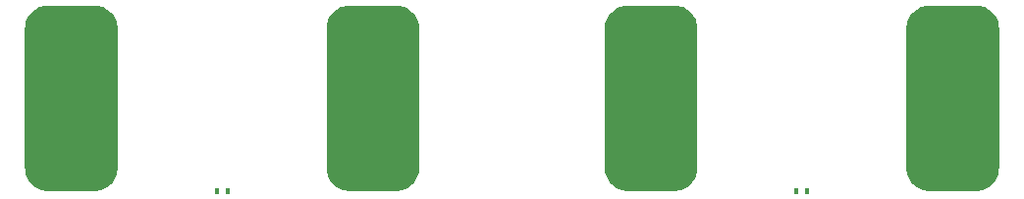
<source format=gbp>
G04 #@! TF.GenerationSoftware,KiCad,Pcbnew,5.0-dev-unknown-bc6763e~61~ubuntu16.04.1*
G04 #@! TF.CreationDate,2018-04-03T01:47:12-04:00*
G04 #@! TF.ProjectId,SB-4S5A,53422D345335412E6B696361645F7063,rev?*
G04 #@! TF.SameCoordinates,Original*
G04 #@! TF.FileFunction,Paste,Bot*
G04 #@! TF.FilePolarity,Positive*
%FSLAX46Y46*%
G04 Gerber Fmt 4.6, Leading zero omitted, Abs format (unit mm)*
G04 Created by KiCad (PCBNEW 5.0-dev-unknown-bc6763e~61~ubuntu16.04.1) date Tue Apr  3 01:47:12 2018*
%MOMM*%
%LPD*%
G01*
G04 APERTURE LIST*
%ADD10C,0.100000*%
%ADD11C,8.000000*%
%ADD12R,0.400000X0.600000*%
G04 APERTURE END LIST*
D10*
G36*
X134196034Y-82009631D02*
X134390181Y-82038429D01*
X134580569Y-82086119D01*
X134765367Y-82152241D01*
X134942793Y-82236157D01*
X135111140Y-82337061D01*
X135268787Y-82453979D01*
X135414214Y-82585786D01*
X135546021Y-82731213D01*
X135662939Y-82888860D01*
X135763843Y-83057207D01*
X135847759Y-83234633D01*
X135913881Y-83419431D01*
X135961571Y-83609819D01*
X135990369Y-83803966D01*
X136000000Y-84000000D01*
X136000000Y-96000000D01*
X135990369Y-96196034D01*
X135961571Y-96390181D01*
X135913881Y-96580569D01*
X135847759Y-96765367D01*
X135763843Y-96942793D01*
X135662939Y-97111140D01*
X135546021Y-97268787D01*
X135414214Y-97414214D01*
X135268787Y-97546021D01*
X135111140Y-97662939D01*
X134942793Y-97763843D01*
X134765367Y-97847759D01*
X134580569Y-97913881D01*
X134390181Y-97961571D01*
X134196034Y-97990369D01*
X134000000Y-98000000D01*
X130000000Y-98000000D01*
X129803966Y-97990369D01*
X129609819Y-97961571D01*
X129419431Y-97913881D01*
X129234633Y-97847759D01*
X129057207Y-97763843D01*
X128888860Y-97662939D01*
X128731213Y-97546021D01*
X128585786Y-97414214D01*
X128453979Y-97268787D01*
X128337061Y-97111140D01*
X128236157Y-96942793D01*
X128152241Y-96765367D01*
X128086119Y-96580569D01*
X128038429Y-96390181D01*
X128009631Y-96196034D01*
X128000000Y-96000000D01*
X128000000Y-84000000D01*
X128009631Y-83803966D01*
X128038429Y-83609819D01*
X128086119Y-83419431D01*
X128152241Y-83234633D01*
X128236157Y-83057207D01*
X128337061Y-82888860D01*
X128453979Y-82731213D01*
X128585786Y-82585786D01*
X128731213Y-82453979D01*
X128888860Y-82337061D01*
X129057207Y-82236157D01*
X129234633Y-82152241D01*
X129419431Y-82086119D01*
X129609819Y-82038429D01*
X129803966Y-82009631D01*
X130000000Y-82000000D01*
X134000000Y-82000000D01*
X134196034Y-82009631D01*
X134196034Y-82009631D01*
G37*
D11*
X132000000Y-90000000D03*
D10*
G36*
X160196034Y-82009631D02*
X160390181Y-82038429D01*
X160580569Y-82086119D01*
X160765367Y-82152241D01*
X160942793Y-82236157D01*
X161111140Y-82337061D01*
X161268787Y-82453979D01*
X161414214Y-82585786D01*
X161546021Y-82731213D01*
X161662939Y-82888860D01*
X161763843Y-83057207D01*
X161847759Y-83234633D01*
X161913881Y-83419431D01*
X161961571Y-83609819D01*
X161990369Y-83803966D01*
X162000000Y-84000000D01*
X162000000Y-96000000D01*
X161990369Y-96196034D01*
X161961571Y-96390181D01*
X161913881Y-96580569D01*
X161847759Y-96765367D01*
X161763843Y-96942793D01*
X161662939Y-97111140D01*
X161546021Y-97268787D01*
X161414214Y-97414214D01*
X161268787Y-97546021D01*
X161111140Y-97662939D01*
X160942793Y-97763843D01*
X160765367Y-97847759D01*
X160580569Y-97913881D01*
X160390181Y-97961571D01*
X160196034Y-97990369D01*
X160000000Y-98000000D01*
X156000000Y-98000000D01*
X155803966Y-97990369D01*
X155609819Y-97961571D01*
X155419431Y-97913881D01*
X155234633Y-97847759D01*
X155057207Y-97763843D01*
X154888860Y-97662939D01*
X154731213Y-97546021D01*
X154585786Y-97414214D01*
X154453979Y-97268787D01*
X154337061Y-97111140D01*
X154236157Y-96942793D01*
X154152241Y-96765367D01*
X154086119Y-96580569D01*
X154038429Y-96390181D01*
X154009631Y-96196034D01*
X154000000Y-96000000D01*
X154000000Y-84000000D01*
X154009631Y-83803966D01*
X154038429Y-83609819D01*
X154086119Y-83419431D01*
X154152241Y-83234633D01*
X154236157Y-83057207D01*
X154337061Y-82888860D01*
X154453979Y-82731213D01*
X154585786Y-82585786D01*
X154731213Y-82453979D01*
X154888860Y-82337061D01*
X155057207Y-82236157D01*
X155234633Y-82152241D01*
X155419431Y-82086119D01*
X155609819Y-82038429D01*
X155803966Y-82009631D01*
X156000000Y-82000000D01*
X160000000Y-82000000D01*
X160196034Y-82009631D01*
X160196034Y-82009631D01*
G37*
D11*
X158000000Y-90000000D03*
D10*
G36*
X84196034Y-82009631D02*
X84390181Y-82038429D01*
X84580569Y-82086119D01*
X84765367Y-82152241D01*
X84942793Y-82236157D01*
X85111140Y-82337061D01*
X85268787Y-82453979D01*
X85414214Y-82585786D01*
X85546021Y-82731213D01*
X85662939Y-82888860D01*
X85763843Y-83057207D01*
X85847759Y-83234633D01*
X85913881Y-83419431D01*
X85961571Y-83609819D01*
X85990369Y-83803966D01*
X86000000Y-84000000D01*
X86000000Y-96000000D01*
X85990369Y-96196034D01*
X85961571Y-96390181D01*
X85913881Y-96580569D01*
X85847759Y-96765367D01*
X85763843Y-96942793D01*
X85662939Y-97111140D01*
X85546021Y-97268787D01*
X85414214Y-97414214D01*
X85268787Y-97546021D01*
X85111140Y-97662939D01*
X84942793Y-97763843D01*
X84765367Y-97847759D01*
X84580569Y-97913881D01*
X84390181Y-97961571D01*
X84196034Y-97990369D01*
X84000000Y-98000000D01*
X80000000Y-98000000D01*
X79803966Y-97990369D01*
X79609819Y-97961571D01*
X79419431Y-97913881D01*
X79234633Y-97847759D01*
X79057207Y-97763843D01*
X78888860Y-97662939D01*
X78731213Y-97546021D01*
X78585786Y-97414214D01*
X78453979Y-97268787D01*
X78337061Y-97111140D01*
X78236157Y-96942793D01*
X78152241Y-96765367D01*
X78086119Y-96580569D01*
X78038429Y-96390181D01*
X78009631Y-96196034D01*
X78000000Y-96000000D01*
X78000000Y-84000000D01*
X78009631Y-83803966D01*
X78038429Y-83609819D01*
X78086119Y-83419431D01*
X78152241Y-83234633D01*
X78236157Y-83057207D01*
X78337061Y-82888860D01*
X78453979Y-82731213D01*
X78585786Y-82585786D01*
X78731213Y-82453979D01*
X78888860Y-82337061D01*
X79057207Y-82236157D01*
X79234633Y-82152241D01*
X79419431Y-82086119D01*
X79609819Y-82038429D01*
X79803966Y-82009631D01*
X80000000Y-82000000D01*
X84000000Y-82000000D01*
X84196034Y-82009631D01*
X84196034Y-82009631D01*
G37*
D11*
X82000000Y-90000000D03*
D10*
G36*
X110196034Y-82009631D02*
X110390181Y-82038429D01*
X110580569Y-82086119D01*
X110765367Y-82152241D01*
X110942793Y-82236157D01*
X111111140Y-82337061D01*
X111268787Y-82453979D01*
X111414214Y-82585786D01*
X111546021Y-82731213D01*
X111662939Y-82888860D01*
X111763843Y-83057207D01*
X111847759Y-83234633D01*
X111913881Y-83419431D01*
X111961571Y-83609819D01*
X111990369Y-83803966D01*
X112000000Y-84000000D01*
X112000000Y-96000000D01*
X111990369Y-96196034D01*
X111961571Y-96390181D01*
X111913881Y-96580569D01*
X111847759Y-96765367D01*
X111763843Y-96942793D01*
X111662939Y-97111140D01*
X111546021Y-97268787D01*
X111414214Y-97414214D01*
X111268787Y-97546021D01*
X111111140Y-97662939D01*
X110942793Y-97763843D01*
X110765367Y-97847759D01*
X110580569Y-97913881D01*
X110390181Y-97961571D01*
X110196034Y-97990369D01*
X110000000Y-98000000D01*
X106000000Y-98000000D01*
X105803966Y-97990369D01*
X105609819Y-97961571D01*
X105419431Y-97913881D01*
X105234633Y-97847759D01*
X105057207Y-97763843D01*
X104888860Y-97662939D01*
X104731213Y-97546021D01*
X104585786Y-97414214D01*
X104453979Y-97268787D01*
X104337061Y-97111140D01*
X104236157Y-96942793D01*
X104152241Y-96765367D01*
X104086119Y-96580569D01*
X104038429Y-96390181D01*
X104009631Y-96196034D01*
X104000000Y-96000000D01*
X104000000Y-84000000D01*
X104009631Y-83803966D01*
X104038429Y-83609819D01*
X104086119Y-83419431D01*
X104152241Y-83234633D01*
X104236157Y-83057207D01*
X104337061Y-82888860D01*
X104453979Y-82731213D01*
X104585786Y-82585786D01*
X104731213Y-82453979D01*
X104888860Y-82337061D01*
X105057207Y-82236157D01*
X105234633Y-82152241D01*
X105419431Y-82086119D01*
X105609819Y-82038429D01*
X105803966Y-82009631D01*
X106000000Y-82000000D01*
X110000000Y-82000000D01*
X110196034Y-82009631D01*
X110196034Y-82009631D01*
G37*
D11*
X108000000Y-90000000D03*
D12*
X144550000Y-98000000D03*
X145450000Y-98000000D03*
X95450000Y-98000000D03*
X94550000Y-98000000D03*
M02*

</source>
